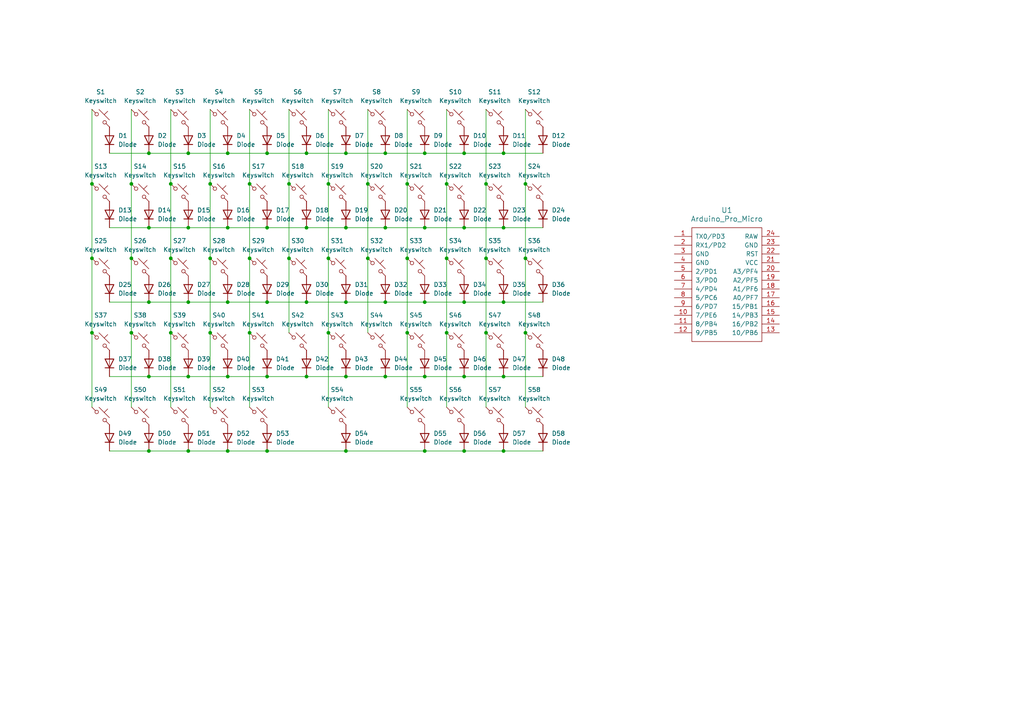
<source format=kicad_sch>
(kicad_sch (version 20250114) (generator "eeschema") (generator_version "9.0")
  (paper "A4")
  (lib_symbols
    (symbol "ScottoKeebs:MCU_Arduino_Pro_Micro" (pin_names (offset 1.016))
      (property "Reference" "U" (at 0 0 0))
      (property "Value" "Arduino_Pro_Micro" (at 0 -19.05 0))
      (symbol "MCU_Arduino_Pro_Micro_0_1"
        (rectangle (start -10.16 16.51) (end 10.16 -16.51))
      )
      (symbol "MCU_Arduino_Pro_Micro_1_1"
        (pin input line (at -15.24 13.97 0) (length 5.08) (name "TX0/PD3") (number "1"))
        (pin input line (at -15.24 11.43 0) (length 5.08) (name "RX1/PD2") (number "2"))
        (pin input line (at -15.24 8.89 0) (length 5.08) (name "GND") (number "3"))
        (pin input line (at -15.24 6.35 0) (length 5.08) (name "GND") (number "4"))
        (pin input line (at -15.24 3.81 0) (length 5.08) (name "2/PD1") (number "5"))
        (pin input line (at -15.24 1.27 0) (length 5.08) (name "3/PD0") (number "6"))
        (pin input line (at -15.24 -1.27 0) (length 5.08) (name "4/PD4") (number "7"))
        (pin input line (at -15.24 -3.81 0) (length 5.08) (name "5/PC6") (number "8"))
        (pin input line (at -15.24 -6.35 0) (length 5.08) (name "6/PD7") (number "9"))
        (pin input line (at -15.24 -8.89 0) (length 5.08) (name "7/PE6") (number "10"))
        (pin input line (at -15.24 -11.43 0) (length 5.08) (name "8/PB4") (number "11"))
        (pin input line (at -15.24 -13.97 0) (length 5.08) (name "9/PB5") (number "12"))
        (pin input line (at 15.24 13.97 180) (length 5.08) (name "RAW") (number "24"))
        (pin input line (at 15.24 11.43 180) (length 5.08) (name "GND") (number "23"))
        (pin input line (at 15.24 8.89 180) (length 5.08) (name "RST") (number "22"))
        (pin input line (at 15.24 6.35 180) (length 5.08) (name "VCC") (number "21"))
        (pin input line (at 15.24 3.81 180) (length 5.08) (name "A3/PF4") (number "20"))
        (pin input line (at 15.24 1.27 180) (length 5.08) (name "A2/PF5") (number "19"))
        (pin input line (at 15.24 -1.27 180) (length 5.08) (name "A1/PF6") (number "18"))
        (pin input line (at 15.24 -3.81 180) (length 5.08) (name "A0/PF7") (number "17"))
        (pin input line (at 15.24 -6.35 180) (length 5.08) (name "15/PB1") (number "16"))
        (pin input line (at 15.24 -8.89 180) (length 5.08) (name "14/PB3") (number "15"))
        (pin input line (at 15.24 -11.43 180) (length 5.08) (name "16/PB2") (number "14"))
        (pin input line (at 15.24 -13.97 180) (length 5.08) (name "10/PB6") (number "13"))
      )
    )
    (symbol "ScottoKeebs:Placeholder_Diode" (pin_numbers (hide yes)) (pin_names (hide yes))
      (property "Reference" "D" (at 0 2.54 0))
      (property "Value" "Diode" (at 0 -2.54 0))
      (symbol "Placeholder_Diode_0_1"
        (polyline (pts (xy -1.27 1.27) (xy -1.27 -1.27)) (stroke (width 0.254)))
        (polyline (pts (xy 1.27 1.27) (xy 1.27 -1.27) (xy -1.27 0) (xy 1.27 1.27)) (stroke (width 0.254)))
        (polyline (pts (xy 1.27 0) (xy -1.27 0)))
      )
      (symbol "Placeholder_Diode_1_1"
        (pin passive line (at -3.81 0 0) (length 2.54) (name "K") (number "1"))
        (pin passive line (at 3.81 0 180) (length 2.54) (name "A") (number "2"))
      )
    )
    (symbol "ScottoKeebs:Placeholder_Keyswitch" (pin_numbers (hide yes)) (pin_names (offset 1.016) (hide yes))
      (property "Reference" "S" (at 3.048 1.016 0))
      (property "Value" "Keyswitch" (at 0 -3.81 0))
      (symbol "Placeholder_Keyswitch_0_1"
        (polyline (pts (xy -2.54 2.54) (xy -1.524 1.524) (xy -1.524 1.524)))
        (circle (center -1.1684 1.1684) (radius 0.508))
        (polyline (pts (xy -0.508 2.54) (xy 2.54 -0.508)))
        (polyline (pts (xy 1.016 1.016) (xy 2.032 2.032)))
        (circle (center 1.143 -1.1938) (radius 0.508))
        (polyline (pts (xy 1.524 -1.524) (xy 2.54 -2.54) (xy 2.54 -2.54) (xy 2.54 -2.54)))
        (pin passive line (at -2.54 2.54 0) (length 0) (name "1") (number "1"))
        (pin passive line (at 2.54 -2.54 180) (length 0) (name "2") (number "2"))
      )
    )
  )
  (junction (at 43.18 66.04))
  (junction (at 111.76 87.63))
  (junction (at 100.33 44.45))
  (junction (at 95.25 96.52))
  (junction (at 152.4 74.93))
  (junction (at 134.62 44.45))
  (junction (at 100.33 130.81))
  (junction (at 140.97 53.34))
  (junction (at 88.9 66.04))
  (junction (at 38.1 53.34))
  (junction (at 83.82 74.93))
  (junction (at 88.9 87.63))
  (junction (at 77.47 87.63))
  (junction (at 60.96 53.34))
  (junction (at 43.18 44.45))
  (junction (at 49.53 53.34))
  (junction (at 54.61 44.45))
  (junction (at 66.04 130.81))
  (junction (at 38.1 96.52))
  (junction (at 72.39 74.93))
  (junction (at 123.19 66.04))
  (junction (at 43.18 109.22))
  (junction (at 146.05 109.22))
  (junction (at 66.04 44.45))
  (junction (at 129.54 53.34))
  (junction (at 49.53 74.93))
  (junction (at 100.33 66.04))
  (junction (at 43.18 87.63))
  (junction (at 77.47 109.22))
  (junction (at 111.76 109.22))
  (junction (at 60.96 74.93))
  (junction (at 123.19 109.22))
  (junction (at 100.33 109.22))
  (junction (at 140.97 96.52))
  (junction (at 38.1 74.93))
  (junction (at 146.05 66.04))
  (junction (at 72.39 96.52))
  (junction (at 95.25 53.34))
  (junction (at 134.62 130.81))
  (junction (at 146.05 87.63))
  (junction (at 134.62 66.04))
  (junction (at 77.47 130.81))
  (junction (at 118.11 53.34))
  (junction (at 95.25 74.93))
  (junction (at 54.61 109.22))
  (junction (at 54.61 87.63))
  (junction (at 54.61 130.81))
  (junction (at 140.97 74.93))
  (junction (at 118.11 74.93))
  (junction (at 123.19 87.63))
  (junction (at 146.05 130.81))
  (junction (at 134.62 109.22))
  (junction (at 54.61 66.04))
  (junction (at 43.18 130.81))
  (junction (at 146.05 44.45))
  (junction (at 123.19 44.45))
  (junction (at 49.53 96.52))
  (junction (at 106.68 53.34))
  (junction (at 129.54 96.52))
  (junction (at 134.62 87.63))
  (junction (at 26.67 74.93))
  (junction (at 77.47 44.45))
  (junction (at 111.76 66.04))
  (junction (at 88.9 109.22))
  (junction (at 72.39 53.34))
  (junction (at 66.04 109.22))
  (junction (at 123.19 130.81))
  (junction (at 66.04 66.04))
  (junction (at 88.9 44.45))
  (junction (at 66.04 87.63))
  (junction (at 83.82 53.34))
  (junction (at 26.67 53.34))
  (junction (at 106.68 74.93))
  (junction (at 118.11 96.52))
  (junction (at 60.96 96.52))
  (junction (at 26.67 96.52))
  (junction (at 111.76 44.45))
  (junction (at 77.47 66.04))
  (junction (at 152.4 53.34))
  (junction (at 129.54 74.93))
  (junction (at 100.33 87.63))
  (junction (at 152.4 96.52))
  (wire (pts (xy 95.25 74.93) (xy 95.25 96.52)))
  (wire (pts (xy 106.68 31.75) (xy 106.68 53.34)))
  (wire (pts (xy 49.53 53.34) (xy 49.53 74.93)))
  (wire (pts (xy 72.39 96.52) (xy 72.39 118.11)))
  (wire (pts (xy 106.68 74.93) (xy 106.68 96.52)))
  (wire (pts (xy 66.04 87.63) (xy 77.47 87.63)))
  (wire (pts (xy 100.33 87.63) (xy 111.76 87.63)))
  (wire (pts (xy 66.04 109.22) (xy 77.47 109.22)))
  (wire (pts (xy 152.4 31.75) (xy 152.4 53.34)))
  (wire (pts (xy 31.75 130.81) (xy 43.18 130.81)))
  (wire (pts (xy 88.9 66.04) (xy 100.33 66.04)))
  (wire (pts (xy 100.33 130.81) (xy 123.19 130.81)))
  (wire (pts (xy 54.61 87.63) (xy 66.04 87.63)))
  (wire (pts (xy 72.39 31.75) (xy 72.39 53.34)))
  (wire (pts (xy 31.75 44.45) (xy 43.18 44.45)))
  (wire (pts (xy 111.76 66.04) (xy 123.19 66.04)))
  (wire (pts (xy 95.25 96.52) (xy 95.25 118.11)))
  (wire (pts (xy 140.97 96.52) (xy 140.97 118.11)))
  (wire (pts (xy 72.39 53.34) (xy 72.39 74.93)))
  (wire (pts (xy 38.1 31.75) (xy 38.1 53.34)))
  (wire (pts (xy 134.62 87.63) (xy 146.05 87.63)))
  (wire (pts (xy 77.47 130.81) (xy 100.33 130.81)))
  (wire (pts (xy 140.97 53.34) (xy 140.97 74.93)))
  (wire (pts (xy 129.54 53.34) (xy 129.54 74.93)))
  (wire (pts (xy 118.11 53.34) (xy 118.11 74.93)))
  (wire (pts (xy 146.05 66.04) (xy 157.48 66.04)))
  (wire (pts (xy 134.62 66.04) (xy 146.05 66.04)))
  (wire (pts (xy 66.04 66.04) (xy 77.47 66.04)))
  (wire (pts (xy 26.67 53.34) (xy 26.67 74.93)))
  (wire (pts (xy 106.68 53.34) (xy 106.68 74.93)))
  (wire (pts (xy 118.11 74.93) (xy 118.11 96.52)))
  (wire (pts (xy 134.62 130.81) (xy 146.05 130.81)))
  (wire (pts (xy 134.62 44.45) (xy 146.05 44.45)))
  (wire (pts (xy 31.75 66.04) (xy 43.18 66.04)))
  (wire (pts (xy 129.54 74.93) (xy 129.54 96.52)))
  (wire (pts (xy 140.97 31.75) (xy 140.97 53.34)))
  (wire (pts (xy 60.96 96.52) (xy 60.96 118.11)))
  (wire (pts (xy 129.54 96.52) (xy 129.54 118.11)))
  (wire (pts (xy 43.18 66.04) (xy 54.61 66.04)))
  (wire (pts (xy 26.67 31.75) (xy 26.67 53.34)))
  (wire (pts (xy 88.9 109.22) (xy 100.33 109.22)))
  (wire (pts (xy 146.05 87.63) (xy 157.48 87.63)))
  (wire (pts (xy 118.11 96.52) (xy 118.11 118.11)))
  (wire (pts (xy 140.97 74.93) (xy 140.97 96.52)))
  (wire (pts (xy 111.76 109.22) (xy 123.19 109.22)))
  (wire (pts (xy 146.05 130.81) (xy 157.48 130.81)))
  (wire (pts (xy 77.47 44.45) (xy 88.9 44.45)))
  (wire (pts (xy 43.18 44.45) (xy 54.61 44.45)))
  (wire (pts (xy 54.61 66.04) (xy 66.04 66.04)))
  (wire (pts (xy 146.05 44.45) (xy 157.48 44.45)))
  (wire (pts (xy 43.18 109.22) (xy 54.61 109.22)))
  (wire (pts (xy 123.19 109.22) (xy 134.62 109.22)))
  (wire (pts (xy 123.19 66.04) (xy 134.62 66.04)))
  (wire (pts (xy 152.4 74.93) (xy 152.4 96.52)))
  (wire (pts (xy 129.54 31.75) (xy 129.54 53.34)))
  (wire (pts (xy 43.18 130.81) (xy 54.61 130.81)))
  (wire (pts (xy 123.19 87.63) (xy 134.62 87.63)))
  (wire (pts (xy 100.33 44.45) (xy 111.76 44.45)))
  (wire (pts (xy 38.1 53.34) (xy 38.1 74.93)))
  (wire (pts (xy 88.9 87.63) (xy 100.33 87.63)))
  (wire (pts (xy 31.75 109.22) (xy 43.18 109.22)))
  (wire (pts (xy 146.05 109.22) (xy 157.48 109.22)))
  (wire (pts (xy 123.19 44.45) (xy 134.62 44.45)))
  (wire (pts (xy 38.1 96.52) (xy 38.1 118.11)))
  (wire (pts (xy 88.9 44.45) (xy 100.33 44.45)))
  (wire (pts (xy 54.61 44.45) (xy 66.04 44.45)))
  (wire (pts (xy 77.47 109.22) (xy 88.9 109.22)))
  (wire (pts (xy 31.75 87.63) (xy 43.18 87.63)))
  (wire (pts (xy 60.96 74.93) (xy 60.96 96.52)))
  (wire (pts (xy 95.25 53.34) (xy 95.25 74.93)))
  (wire (pts (xy 54.61 130.81) (xy 66.04 130.81)))
  (wire (pts (xy 123.19 130.81) (xy 134.62 130.81)))
  (wire (pts (xy 66.04 44.45) (xy 77.47 44.45)))
  (wire (pts (xy 49.53 96.52) (xy 49.53 118.11)))
  (wire (pts (xy 83.82 53.34) (xy 83.82 74.93)))
  (wire (pts (xy 66.04 130.81) (xy 77.47 130.81)))
  (wire (pts (xy 152.4 96.52) (xy 152.4 118.11)))
  (wire (pts (xy 134.62 109.22) (xy 146.05 109.22)))
  (wire (pts (xy 60.96 31.75) (xy 60.96 53.34)))
  (wire (pts (xy 83.82 74.93) (xy 83.82 96.52)))
  (wire (pts (xy 95.25 31.75) (xy 95.25 53.34)))
  (wire (pts (xy 49.53 74.93) (xy 49.53 96.52)))
  (wire (pts (xy 54.61 109.22) (xy 66.04 109.22)))
  (wire (pts (xy 118.11 31.75) (xy 118.11 53.34)))
  (wire (pts (xy 77.47 87.63) (xy 88.9 87.63)))
  (wire (pts (xy 26.67 96.52) (xy 26.67 118.11)))
  (wire (pts (xy 43.18 87.63) (xy 54.61 87.63)))
  (wire (pts (xy 83.82 31.75) (xy 83.82 53.34)))
  (wire (pts (xy 26.67 74.93) (xy 26.67 96.52)))
  (wire (pts (xy 100.33 66.04) (xy 111.76 66.04)))
  (wire (pts (xy 77.47 66.04) (xy 88.9 66.04)))
  (wire (pts (xy 72.39 74.93) (xy 72.39 96.52)))
  (wire (pts (xy 152.4 53.34) (xy 152.4 74.93)))
  (wire (pts (xy 60.96 53.34) (xy 60.96 74.93)))
  (wire (pts (xy 100.33 109.22) (xy 111.76 109.22)))
  (wire (pts (xy 111.76 44.45) (xy 123.19 44.45)))
  (wire (pts (xy 111.76 87.63) (xy 123.19 87.63)))
  (wire (pts (xy 49.53 31.75) (xy 49.53 53.34)))
  (wire (pts (xy 38.1 74.93) (xy 38.1 96.52)))
  (symbol (lib_id "ScottoKeebs:Placeholder_Diode") (at 31.75 127 90) (unit 1)
    (property "Reference" "D49" (at 34.29 125.7299 90) (effects (justify right)))
    (property "Value" "Diode" (at 34.29 128.2699 90) (effects (justify right)))
    (property "Description" "1N4148 (DO-35) or 1N4148W (SOD-123)" (effects (hide yes)))
    (property "Sim.Device" "D" (effects (hide yes)))
    (property "Sim.Pins" "1=K 2=A" (effects (hide yes)))
  )
  (symbol (lib_id "ScottoKeebs:Placeholder_Diode") (at 31.75 83.82 90) (unit 1)
    (property "Reference" "D25" (at 34.29 82.5499 90) (effects (justify right)))
    (property "Value" "Diode" (at 34.29 85.0899 90) (effects (justify right)))
    (property "Description" "1N4148 (DO-35) or 1N4148W (SOD-123)" (effects (hide yes)))
    (property "Sim.Device" "D" (effects (hide yes)))
    (property "Sim.Pins" "1=K 2=A" (effects (hide yes)))
  )
  (symbol (lib_id "ScottoKeebs:Placeholder_Diode") (at 66.04 127 90) (unit 1)
    (property "Reference" "D52" (at 68.58 125.7299 90) (effects (justify right)))
    (property "Value" "Diode" (at 68.58 128.2699 90) (effects (justify right)))
    (property "Description" "1N4148 (DO-35) or 1N4148W (SOD-123)" (effects (hide yes)))
    (property "Sim.Device" "D" (effects (hide yes)))
    (property "Sim.Pins" "1=K 2=A" (effects (hide yes)))
  )
  (symbol (lib_id "ScottoKeebs:Placeholder_Keyswitch") (at 40.64 120.65 0) (unit 1)
    (property "Reference" "S50" (at 40.64 113.03 0))
    (property "Value" "Keyswitch" (at 40.64 115.57 0))
    (property "Description" "Push button switch, normally open, two pins, 45° tilted" (effects (hide yes)))
  )
  (symbol (lib_id "ScottoKeebs:Placeholder_Keyswitch") (at 132.08 120.65 0) (unit 1)
    (property "Reference" "S56" (at 132.08 113.03 0))
    (property "Value" "Keyswitch" (at 132.08 115.57 0))
    (property "Description" "Push button switch, normally open, two pins, 45° tilted" (effects (hide yes)))
  )
  (symbol (lib_id "ScottoKeebs:Placeholder_Keyswitch") (at 132.08 55.88 0) (unit 1)
    (property "Reference" "S22" (at 132.08 48.26 0))
    (property "Value" "Keyswitch" (at 132.08 50.8 0))
    (property "Description" "Push button switch, normally open, two pins, 45° tilted" (effects (hide yes)))
  )
  (symbol (lib_id "ScottoKeebs:Placeholder_Diode") (at 54.61 83.82 90) (unit 1)
    (property "Reference" "D27" (at 57.15 82.5499 90) (effects (justify right)))
    (property "Value" "Diode" (at 57.15 85.0899 90) (effects (justify right)))
    (property "Description" "1N4148 (DO-35) or 1N4148W (SOD-123)" (effects (hide yes)))
    (property "Sim.Device" "D" (effects (hide yes)))
    (property "Sim.Pins" "1=K 2=A" (effects (hide yes)))
  )
  (symbol (lib_id "ScottoKeebs:Placeholder_Keyswitch") (at 40.64 77.47 0) (unit 1)
    (property "Reference" "S26" (at 40.64 69.85 0))
    (property "Value" "Keyswitch" (at 40.64 72.39 0))
    (property "Description" "Push button switch, normally open, two pins, 45° tilted" (effects (hide yes)))
  )
  (symbol (lib_id "ScottoKeebs:Placeholder_Diode") (at 88.9 83.82 90) (unit 1)
    (property "Reference" "D30" (at 91.44 82.5499 90) (effects (justify right)))
    (property "Value" "Diode" (at 91.44 85.0899 90) (effects (justify right)))
    (property "Description" "1N4148 (DO-35) or 1N4148W (SOD-123)" (effects (hide yes)))
    (property "Sim.Device" "D" (effects (hide yes)))
    (property "Sim.Pins" "1=K 2=A" (effects (hide yes)))
  )
  (symbol (lib_id "ScottoKeebs:Placeholder_Keyswitch") (at 132.08 99.06 0) (unit 1)
    (property "Reference" "S46" (at 132.08 91.44 0))
    (property "Value" "Keyswitch" (at 132.08 93.98 0))
    (property "Description" "Push button switch, normally open, two pins, 45° tilted" (effects (hide yes)))
  )
  (symbol (lib_id "ScottoKeebs:Placeholder_Diode") (at 66.04 105.41 90) (unit 1)
    (property "Reference" "D40" (at 68.58 104.1399 90) (effects (justify right)))
    (property "Value" "Diode" (at 68.58 106.6799 90) (effects (justify right)))
    (property "Description" "1N4148 (DO-35) or 1N4148W (SOD-123)" (effects (hide yes)))
    (property "Sim.Device" "D" (effects (hide yes)))
    (property "Sim.Pins" "1=K 2=A" (effects (hide yes)))
  )
  (symbol (lib_id "ScottoKeebs:Placeholder_Diode") (at 66.04 83.82 90) (unit 1)
    (property "Reference" "D28" (at 68.58 82.5499 90) (effects (justify right)))
    (property "Value" "Diode" (at 68.58 85.0899 90) (effects (justify right)))
    (property "Description" "1N4148 (DO-35) or 1N4148W (SOD-123)" (effects (hide yes)))
    (property "Sim.Device" "D" (effects (hide yes)))
    (property "Sim.Pins" "1=K 2=A" (effects (hide yes)))
  )
  (symbol (lib_id "ScottoKeebs:Placeholder_Keyswitch") (at 109.22 77.47 0) (unit 1)
    (property "Reference" "S32" (at 109.22 69.85 0))
    (property "Value" "Keyswitch" (at 109.22 72.39 0))
    (property "Description" "Push button switch, normally open, two pins, 45° tilted" (effects (hide yes)))
  )
  (symbol (lib_id "ScottoKeebs:Placeholder_Diode") (at 66.04 62.23 90) (unit 1)
    (property "Reference" "D16" (at 68.58 60.9599 90) (effects (justify right)))
    (property "Value" "Diode" (at 68.58 63.4999 90) (effects (justify right)))
    (property "Description" "1N4148 (DO-35) or 1N4148W (SOD-123)" (effects (hide yes)))
    (property "Sim.Device" "D" (effects (hide yes)))
    (property "Sim.Pins" "1=K 2=A" (effects (hide yes)))
  )
  (symbol (lib_id "ScottoKeebs:Placeholder_Keyswitch") (at 74.93 99.06 0) (unit 1)
    (property "Reference" "S41" (at 74.93 91.44 0))
    (property "Value" "Keyswitch" (at 74.93 93.98 0))
    (property "Description" "Push button switch, normally open, two pins, 45° tilted" (effects (hide yes)))
  )
  (symbol (lib_id "ScottoKeebs:Placeholder_Keyswitch") (at 63.5 99.06 0) (unit 1)
    (property "Reference" "S40" (at 63.5 91.44 0))
    (property "Value" "Keyswitch" (at 63.5 93.98 0))
    (property "Description" "Push button switch, normally open, two pins, 45° tilted" (effects (hide yes)))
  )
  (symbol (lib_id "ScottoKeebs:Placeholder_Keyswitch") (at 74.93 77.47 0) (unit 1)
    (property "Reference" "S29" (at 74.93 69.85 0))
    (property "Value" "Keyswitch" (at 74.93 72.39 0))
    (property "Description" "Push button switch, normally open, two pins, 45° tilted" (effects (hide yes)))
  )
  (symbol (lib_id "ScottoKeebs:Placeholder_Diode") (at 77.47 105.41 90) (unit 1)
    (property "Reference" "D41" (at 80.01 104.1399 90) (effects (justify right)))
    (property "Value" "Diode" (at 80.01 106.6799 90) (effects (justify right)))
    (property "Description" "1N4148 (DO-35) or 1N4148W (SOD-123)" (effects (hide yes)))
    (property "Sim.Device" "D" (effects (hide yes)))
    (property "Sim.Pins" "1=K 2=A" (effects (hide yes)))
  )
  (symbol (lib_id "ScottoKeebs:Placeholder_Keyswitch") (at 97.79 99.06 0) (unit 1)
    (property "Reference" "S43" (at 97.79 91.44 0))
    (property "Value" "Keyswitch" (at 97.79 93.98 0))
    (property "Description" "Push button switch, normally open, two pins, 45° tilted" (effects (hide yes)))
  )
  (symbol (lib_id "ScottoKeebs:Placeholder_Keyswitch") (at 120.65 77.47 0) (unit 1)
    (property "Reference" "S33" (at 120.65 69.85 0))
    (property "Value" "Keyswitch" (at 120.65 72.39 0))
    (property "Description" "Push button switch, normally open, two pins, 45° tilted" (effects (hide yes)))
  )
  (symbol (lib_id "ScottoKeebs:Placeholder_Diode") (at 134.62 127 90) (unit 1)
    (property "Reference" "D56" (at 137.16 125.7299 90) (effects (justify right)))
    (property "Value" "Diode" (at 137.16 128.2699 90) (effects (justify right)))
    (property "Description" "1N4148 (DO-35) or 1N4148W (SOD-123)" (effects (hide yes)))
    (property "Sim.Device" "D" (effects (hide yes)))
    (property "Sim.Pins" "1=K 2=A" (effects (hide yes)))
  )
  (symbol (lib_id "ScottoKeebs:Placeholder_Diode") (at 157.48 83.82 90) (unit 1)
    (property "Reference" "D36" (at 160.02 82.5499 90) (effects (justify right)))
    (property "Value" "Diode" (at 160.02 85.0899 90) (effects (justify right)))
    (property "Description" "1N4148 (DO-35) or 1N4148W (SOD-123)" (effects (hide yes)))
    (property "Sim.Device" "D" (effects (hide yes)))
    (property "Sim.Pins" "1=K 2=A" (effects (hide yes)))
  )
  (symbol (lib_id "ScottoKeebs:Placeholder_Diode") (at 100.33 105.41 90) (unit 1)
    (property "Reference" "D43" (at 102.87 104.1399 90) (effects (justify right)))
    (property "Value" "Diode" (at 102.87 106.6799 90) (effects (justify right)))
    (property "Description" "1N4148 (DO-35) or 1N4148W (SOD-123)" (effects (hide yes)))
    (property "Sim.Device" "D" (effects (hide yes)))
    (property "Sim.Pins" "1=K 2=A" (effects (hide yes)))
  )
  (symbol (lib_id "ScottoKeebs:Placeholder_Diode") (at 146.05 40.64 90) (unit 1)
    (property "Reference" "D11" (at 148.59 39.3699 90) (effects (justify right)))
    (property "Value" "Diode" (at 148.59 41.9099 90) (effects (justify right)))
    (property "Description" "1N4148 (DO-35) or 1N4148W (SOD-123)" (effects (hide yes)))
    (property "Sim.Device" "D" (effects (hide yes)))
    (property "Sim.Pins" "1=K 2=A" (effects (hide yes)))
  )
  (symbol (lib_id "ScottoKeebs:Placeholder_Diode") (at 77.47 40.64 90) (unit 1)
    (property "Reference" "D5" (at 80.01 39.3699 90) (effects (justify right)))
    (property "Value" "Diode" (at 80.01 41.9099 90) (effects (justify right)))
    (property "Description" "1N4148 (DO-35) or 1N4148W (SOD-123)" (effects (hide yes)))
    (property "Sim.Device" "D" (effects (hide yes)))
    (property "Sim.Pins" "1=K 2=A" (effects (hide yes)))
  )
  (symbol (lib_id "ScottoKeebs:Placeholder_Diode") (at 43.18 127 90) (unit 1)
    (property "Reference" "D50" (at 45.72 125.7299 90) (effects (justify right)))
    (property "Value" "Diode" (at 45.72 128.2699 90) (effects (justify right)))
    (property "Description" "1N4148 (DO-35) or 1N4148W (SOD-123)" (effects (hide yes)))
    (property "Sim.Device" "D" (effects (hide yes)))
    (property "Sim.Pins" "1=K 2=A" (effects (hide yes)))
  )
  (symbol (lib_id "ScottoKeebs:Placeholder_Keyswitch") (at 52.07 120.65 0) (unit 1)
    (property "Reference" "S51" (at 52.07 113.03 0))
    (property "Value" "Keyswitch" (at 52.07 115.57 0))
    (property "Description" "Push button switch, normally open, two pins, 45° tilted" (effects (hide yes)))
  )
  (symbol (lib_id "ScottoKeebs:Placeholder_Keyswitch") (at 154.94 99.06 0) (unit 1)
    (property "Reference" "S48" (at 154.94 91.44 0))
    (property "Value" "Keyswitch" (at 154.94 93.98 0))
    (property "Description" "Push button switch, normally open, two pins, 45° tilted" (effects (hide yes)))
  )
  (symbol (lib_id "ScottoKeebs:Placeholder_Diode") (at 31.75 105.41 90) (unit 1)
    (property "Reference" "D37" (at 34.29 104.1399 90) (effects (justify right)))
    (property "Value" "Diode" (at 34.29 106.6799 90) (effects (justify right)))
    (property "Description" "1N4148 (DO-35) or 1N4148W (SOD-123)" (effects (hide yes)))
    (property "Sim.Device" "D" (effects (hide yes)))
    (property "Sim.Pins" "1=K 2=A" (effects (hide yes)))
  )
  (symbol (lib_id "ScottoKeebs:Placeholder_Diode") (at 43.18 83.82 90) (unit 1)
    (property "Reference" "D26" (at 45.72 82.5499 90) (effects (justify right)))
    (property "Value" "Diode" (at 45.72 85.0899 90) (effects (justify right)))
    (property "Description" "1N4148 (DO-35) or 1N4148W (SOD-123)" (effects (hide yes)))
    (property "Sim.Device" "D" (effects (hide yes)))
    (property "Sim.Pins" "1=K 2=A" (effects (hide yes)))
  )
  (symbol (lib_id "ScottoKeebs:Placeholder_Keyswitch") (at 29.21 77.47 0) (unit 1)
    (property "Reference" "S25" (at 29.21 69.85 0))
    (property "Value" "Keyswitch" (at 29.21 72.39 0))
    (property "Description" "Push button switch, normally open, two pins, 45° tilted" (effects (hide yes)))
  )
  (symbol (lib_id "ScottoKeebs:Placeholder_Diode") (at 77.47 62.23 90) (unit 1)
    (property "Reference" "D17" (at 80.01 60.9599 90) (effects (justify right)))
    (property "Value" "Diode" (at 80.01 63.4999 90) (effects (justify right)))
    (property "Description" "1N4148 (DO-35) or 1N4148W (SOD-123)" (effects (hide yes)))
    (property "Sim.Device" "D" (effects (hide yes)))
    (property "Sim.Pins" "1=K 2=A" (effects (hide yes)))
  )
  (symbol (lib_id "ScottoKeebs:Placeholder_Diode") (at 54.61 105.41 90) (unit 1)
    (property "Reference" "D39" (at 57.15 104.1399 90) (effects (justify right)))
    (property "Value" "Diode" (at 57.15 106.6799 90) (effects (justify right)))
    (property "Description" "1N4148 (DO-35) or 1N4148W (SOD-123)" (effects (hide yes)))
    (property "Sim.Device" "D" (effects (hide yes)))
    (property "Sim.Pins" "1=K 2=A" (effects (hide yes)))
  )
  (symbol (lib_id "ScottoKeebs:Placeholder_Diode") (at 134.62 105.41 90) (unit 1)
    (property "Reference" "D46" (at 137.16 104.1399 90) (effects (justify right)))
    (property "Value" "Diode" (at 137.16 106.6799 90) (effects (justify right)))
    (property "Description" "1N4148 (DO-35) or 1N4148W (SOD-123)" (effects (hide yes)))
    (property "Sim.Device" "D" (effects (hide yes)))
    (property "Sim.Pins" "1=K 2=A" (effects (hide yes)))
  )
  (symbol (lib_id "ScottoKeebs:Placeholder_Diode") (at 54.61 127 90) (unit 1)
    (property "Reference" "D51" (at 57.15 125.7299 90) (effects (justify right)))
    (property "Value" "Diode" (at 57.15 128.2699 90) (effects (justify right)))
    (property "Description" "1N4148 (DO-35) or 1N4148W (SOD-123)" (effects (hide yes)))
    (property "Sim.Device" "D" (effects (hide yes)))
    (property "Sim.Pins" "1=K 2=A" (effects (hide yes)))
  )
  (symbol (lib_id "ScottoKeebs:Placeholder_Keyswitch") (at 109.22 34.29 0) (unit 1)
    (property "Reference" "S8" (at 109.22 26.67 0))
    (property "Value" "Keyswitch" (at 109.22 29.21 0))
    (property "Description" "Push button switch, normally open, two pins, 45° tilted" (effects (hide yes)))
  )
  (symbol (lib_id "ScottoKeebs:Placeholder_Diode") (at 111.76 62.23 90) (unit 1)
    (property "Reference" "D20" (at 114.3 60.9599 90) (effects (justify right)))
    (property "Value" "Diode" (at 114.3 63.4999 90) (effects (justify right)))
    (property "Description" "1N4148 (DO-35) or 1N4148W (SOD-123)" (effects (hide yes)))
    (property "Sim.Device" "D" (effects (hide yes)))
    (property "Sim.Pins" "1=K 2=A" (effects (hide yes)))
  )
  (symbol (lib_id "ScottoKeebs:Placeholder_Keyswitch") (at 52.07 55.88 0) (unit 1)
    (property "Reference" "S15" (at 52.07 48.26 0))
    (property "Value" "Keyswitch" (at 52.07 50.8 0))
    (property "Description" "Push button switch, normally open, two pins, 45° tilted" (effects (hide yes)))
  )
  (symbol (lib_id "ScottoKeebs:Placeholder_Diode") (at 100.33 40.64 90) (unit 1)
    (property "Reference" "D7" (at 102.87 39.3699 90) (effects (justify right)))
    (property "Value" "Diode" (at 102.87 41.9099 90) (effects (justify right)))
    (property "Description" "1N4148 (DO-35) or 1N4148W (SOD-123)" (effects (hide yes)))
    (property "Sim.Device" "D" (effects (hide yes)))
    (property "Sim.Pins" "1=K 2=A" (effects (hide yes)))
  )
  (symbol (lib_id "ScottoKeebs:Placeholder_Keyswitch") (at 40.64 99.06 0) (unit 1)
    (property "Reference" "S38" (at 40.64 91.44 0))
    (property "Value" "Keyswitch" (at 40.64 93.98 0))
    (property "Description" "Push button switch, normally open, two pins, 45° tilted" (effects (hide yes)))
  )
  (symbol (lib_id "ScottoKeebs:Placeholder_Keyswitch") (at 63.5 55.88 0) (unit 1)
    (property "Reference" "S16" (at 63.5 48.26 0))
    (property "Value" "Keyswitch" (at 63.5 50.8 0))
    (property "Description" "Push button switch, normally open, two pins, 45° tilted" (effects (hide yes)))
  )
  (symbol (lib_id "ScottoKeebs:Placeholder_Keyswitch") (at 154.94 120.65 0) (unit 1)
    (property "Reference" "S58" (at 154.94 113.03 0))
    (property "Value" "Keyswitch" (at 154.94 115.57 0))
    (property "Description" "Push button switch, normally open, two pins, 45° tilted" (effects (hide yes)))
  )
  (symbol (lib_id "ScottoKeebs:Placeholder_Keyswitch") (at 52.07 99.06 0) (unit 1)
    (property "Reference" "S39" (at 52.07 91.44 0))
    (property "Value" "Keyswitch" (at 52.07 93.98 0))
    (property "Description" "Push button switch, normally open, two pins, 45° tilted" (effects (hide yes)))
  )
  (symbol (lib_id "ScottoKeebs:Placeholder_Diode") (at 100.33 127 90) (unit 1)
    (property "Reference" "D54" (at 102.87 125.7299 90) (effects (justify right)))
    (property "Value" "Diode" (at 102.87 128.2699 90) (effects (justify right)))
    (property "Description" "1N4148 (DO-35) or 1N4148W (SOD-123)" (effects (hide yes)))
    (property "Sim.Device" "D" (effects (hide yes)))
    (property "Sim.Pins" "1=K 2=A" (effects (hide yes)))
  )
  (symbol (lib_id "ScottoKeebs:Placeholder_Keyswitch") (at 97.79 77.47 0) (unit 1)
    (property "Reference" "S31" (at 97.79 69.85 0))
    (property "Value" "Keyswitch" (at 97.79 72.39 0))
    (property "Description" "Push button switch, normally open, two pins, 45° tilted" (effects (hide yes)))
  )
  (symbol (lib_id "ScottoKeebs:MCU_Arduino_Pro_Micro") (at 210.82 82.55 0) (unit 1)
    (property "Reference" "U1" (at 210.82 60.96 0) (effects (font (size 1.524 1.524))))
    (property "Value" "Arduino_Pro_Micro" (at 210.82 63.5 0) (effects (font (size 1.524 1.524))))
    (property "Footprint" "ScottoKeebs_MCU:Arduino_Pro_Micro" (effects (hide yes)))
  )
  (symbol (lib_id "ScottoKeebs:Placeholder_Keyswitch") (at 132.08 34.29 0) (unit 1)
    (property "Reference" "S10" (at 132.08 26.67 0))
    (property "Value" "Keyswitch" (at 132.08 29.21 0))
    (property "Description" "Push button switch, normally open, two pins, 45° tilted" (effects (hide yes)))
  )
  (symbol (lib_id "ScottoKeebs:Placeholder_Diode") (at 77.47 127 90) (unit 1)
    (property "Reference" "D53" (at 80.01 125.7299 90) (effects (justify right)))
    (property "Value" "Diode" (at 80.01 128.2699 90) (effects (justify right)))
    (property "Description" "1N4148 (DO-35) or 1N4148W (SOD-123)" (effects (hide yes)))
    (property "Sim.Device" "D" (effects (hide yes)))
    (property "Sim.Pins" "1=K 2=A" (effects (hide yes)))
  )
  (symbol (lib_id "ScottoKeebs:Placeholder_Diode") (at 134.62 40.64 90) (unit 1)
    (property "Reference" "D10" (at 137.16 39.3699 90) (effects (justify right)))
    (property "Value" "Diode" (at 137.16 41.9099 90) (effects (justify right)))
    (property "Description" "1N4148 (DO-35) or 1N4148W (SOD-123)" (effects (hide yes)))
    (property "Sim.Device" "D" (effects (hide yes)))
    (property "Sim.Pins" "1=K 2=A" (effects (hide yes)))
  )
  (symbol (lib_id "ScottoKeebs:Placeholder_Keyswitch") (at 109.22 55.88 0) (unit 1)
    (property "Reference" "S20" (at 109.22 48.26 0))
    (property "Value" "Keyswitch" (at 109.22 50.8 0))
    (property "Description" "Push button switch, normally open, two pins, 45° tilted" (effects (hide yes)))
  )
  (symbol (lib_id "ScottoKeebs:Placeholder_Keyswitch") (at 120.65 120.65 0) (unit 1)
    (property "Reference" "S55" (at 120.65 113.03 0))
    (property "Value" "Keyswitch" (at 120.65 115.57 0))
    (property "Description" "Push button switch, normally open, two pins, 45° tilted" (effects (hide yes)))
  )
  (symbol (lib_id "ScottoKeebs:Placeholder_Diode") (at 100.33 62.23 90) (unit 1)
    (property "Reference" "D19" (at 102.87 60.9599 90) (effects (justify right)))
    (property "Value" "Diode" (at 102.87 63.4999 90) (effects (justify right)))
    (property "Description" "1N4148 (DO-35) or 1N4148W (SOD-123)" (effects (hide yes)))
    (property "Sim.Device" "D" (effects (hide yes)))
    (property "Sim.Pins" "1=K 2=A" (effects (hide yes)))
  )
  (symbol (lib_id "ScottoKeebs:Placeholder_Keyswitch") (at 40.64 34.29 0) (unit 1)
    (property "Reference" "S2" (at 40.64 26.67 0))
    (property "Value" "Keyswitch" (at 40.64 29.21 0))
    (property "Description" "Push button switch, normally open, two pins, 45° tilted" (effects (hide yes)))
  )
  (symbol (lib_id "ScottoKeebs:Placeholder_Keyswitch") (at 63.5 120.65 0) (unit 1)
    (property "Reference" "S52" (at 63.5 113.03 0))
    (property "Value" "Keyswitch" (at 63.5 115.57 0))
    (property "Description" "Push button switch, normally open, two pins, 45° tilted" (effects (hide yes)))
  )
  (symbol (lib_id "ScottoKeebs:Placeholder_Diode") (at 88.9 62.23 90) (unit 1)
    (property "Reference" "D18" (at 91.44 60.9599 90) (effects (justify right)))
    (property "Value" "Diode" (at 91.44 63.4999 90) (effects (justify right)))
    (property "Description" "1N4148 (DO-35) or 1N4148W (SOD-123)" (effects (hide yes)))
    (property "Sim.Device" "D" (effects (hide yes)))
    (property "Sim.Pins" "1=K 2=A" (effects (hide yes)))
  )
  (symbol (lib_id "ScottoKeebs:Placeholder_Keyswitch") (at 86.36 55.88 0) (unit 1)
    (property "Reference" "S18" (at 86.36 48.26 0))
    (property "Value" "Keyswitch" (at 86.36 50.8 0))
    (property "Description" "Push button switch, normally open, two pins, 45° tilted" (effects (hide yes)))
  )
  (symbol (lib_id "ScottoKeebs:Placeholder_Keyswitch") (at 97.79 34.29 0) (unit 1)
    (property "Reference" "S7" (at 97.79 26.67 0))
    (property "Value" "Keyswitch" (at 97.79 29.21 0))
    (property "Description" "Push button switch, normally open, two pins, 45° tilted" (effects (hide yes)))
  )
  (symbol (lib_id "ScottoKeebs:Placeholder_Diode") (at 123.19 83.82 90) (unit 1)
    (property "Reference" "D33" (at 125.73 82.5499 90) (effects (justify right)))
    (property "Value" "Diode" (at 125.73 85.0899 90) (effects (justify right)))
    (property "Description" "1N4148 (DO-35) or 1N4148W (SOD-123)" (effects (hide yes)))
    (property "Sim.Device" "D" (effects (hide yes)))
    (property "Sim.Pins" "1=K 2=A" (effects (hide yes)))
  )
  (symbol (lib_id "ScottoKeebs:Placeholder_Diode") (at 157.48 62.23 90) (unit 1)
    (property "Reference" "D24" (at 160.02 60.9599 90) (effects (justify right)))
    (property "Value" "Diode" (at 160.02 63.4999 90) (effects (justify right)))
    (property "Description" "1N4148 (DO-35) or 1N4148W (SOD-123)" (effects (hide yes)))
    (property "Sim.Device" "D" (effects (hide yes)))
    (property "Sim.Pins" "1=K 2=A" (effects (hide yes)))
  )
  (symbol (lib_id "ScottoKeebs:Placeholder_Diode") (at 54.61 40.64 90) (unit 1)
    (property "Reference" "D3" (at 57.15 39.3699 90) (effects (justify right)))
    (property "Value" "Diode" (at 57.15 41.9099 90) (effects (justify right)))
    (property "Description" "1N4148 (DO-35) or 1N4148W (SOD-123)" (effects (hide yes)))
    (property "Sim.Device" "D" (effects (hide yes)))
    (property "Sim.Pins" "1=K 2=A" (effects (hide yes)))
  )
  (symbol (lib_id "ScottoKeebs:Placeholder_Keyswitch") (at 29.21 99.06 0) (unit 1)
    (property "Reference" "S37" (at 29.21 91.44 0))
    (property "Value" "Keyswitch" (at 29.21 93.98 0))
    (property "Description" "Push button switch, normally open, two pins, 45° tilted" (effects (hide yes)))
  )
  (symbol (lib_id "ScottoKeebs:Placeholder_Keyswitch") (at 143.51 34.29 0) (unit 1)
    (property "Reference" "S11" (at 143.51 26.67 0))
    (property "Value" "Keyswitch" (at 143.51 29.21 0))
    (property "Description" "Push button switch, normally open, two pins, 45° tilted" (effects (hide yes)))
  )
  (symbol (lib_id "ScottoKeebs:Placeholder_Diode") (at 31.75 40.64 90) (unit 1)
    (property "Reference" "D1" (at 34.29 39.3699 90) (effects (justify right)))
    (property "Value" "Diode" (at 34.29 41.9099 90) (effects (justify right)))
    (property "Description" "1N4148 (DO-35) or 1N4148W (SOD-123)" (effects (hide yes)))
    (property "Sim.Device" "D" (effects (hide yes)))
    (property "Sim.Pins" "1=K 2=A" (effects (hide yes)))
  )
  (symbol (lib_id "ScottoKeebs:Placeholder_Keyswitch") (at 63.5 34.29 0) (unit 1)
    (property "Reference" "S4" (at 63.5 26.67 0))
    (property "Value" "Keyswitch" (at 63.5 29.21 0))
    (property "Description" "Push button switch, normally open, two pins, 45° tilted" (effects (hide yes)))
  )
  (symbol (lib_id "ScottoKeebs:Placeholder_Keyswitch") (at 143.51 55.88 0) (unit 1)
    (property "Reference" "S23" (at 143.51 48.26 0))
    (property "Value" "Keyswitch" (at 143.51 50.8 0))
    (property "Description" "Push button switch, normally open, two pins, 45° tilted" (effects (hide yes)))
  )
  (symbol (lib_id "ScottoKeebs:Placeholder_Diode") (at 100.33 83.82 90) (unit 1)
    (property "Reference" "D31" (at 102.87 82.5499 90) (effects (justify right)))
    (property "Value" "Diode" (at 102.87 85.0899 90) (effects (justify right)))
    (property "Description" "1N4148 (DO-35) or 1N4148W (SOD-123)" (effects (hide yes)))
    (property "Sim.Device" "D" (effects (hide yes)))
    (property "Sim.Pins" "1=K 2=A" (effects (hide yes)))
  )
  (symbol (lib_id "ScottoKeebs:Placeholder_Diode") (at 123.19 105.41 90) (unit 1)
    (property "Reference" "D45" (at 125.73 104.1399 90) (effects (justify right)))
    (property "Value" "Diode" (at 125.73 106.6799 90) (effects (justify right)))
    (property "Description" "1N4148 (DO-35) or 1N4148W (SOD-123)" (effects (hide yes)))
    (property "Sim.Device" "D" (effects (hide yes)))
    (property "Sim.Pins" "1=K 2=A" (effects (hide yes)))
  )
  (symbol (lib_id "ScottoKeebs:Placeholder_Keyswitch") (at 120.65 99.06 0) (unit 1)
    (property "Reference" "S45" (at 120.65 91.44 0))
    (property "Value" "Keyswitch" (at 120.65 93.98 0))
    (property "Description" "Push button switch, normally open, two pins, 45° tilted" (effects (hide yes)))
  )
  (symbol (lib_id "ScottoKeebs:Placeholder_Diode") (at 123.19 127 90) (unit 1)
    (property "Reference" "D55" (at 125.73 125.7299 90) (effects (justify right)))
    (property "Value" "Diode" (at 125.73 128.2699 90) (effects (justify right)))
    (property "Description" "1N4148 (DO-35) or 1N4148W (SOD-123)" (effects (hide yes)))
    (property "Sim.Device" "D" (effects (hide yes)))
    (property "Sim.Pins" "1=K 2=A" (effects (hide yes)))
  )
  (symbol (lib_id "ScottoKeebs:Placeholder_Keyswitch") (at 97.79 120.65 0) (unit 1)
    (property "Reference" "S54" (at 97.79 113.03 0))
    (property "Value" "Keyswitch" (at 97.79 115.57 0))
    (property "Description" "Push button switch, normally open, two pins, 45° tilted" (effects (hide yes)))
  )
  (symbol (lib_id "ScottoKeebs:Placeholder_Diode") (at 123.19 40.64 90) (unit 1)
    (property "Reference" "D9" (at 125.73 39.3699 90) (effects (justify right)))
    (property "Value" "Diode" (at 125.73 41.9099 90) (effects (justify right)))
    (property "Description" "1N4148 (DO-35) or 1N4148W (SOD-123)" (effects (hide yes)))
    (property "Sim.Device" "D" (effects (hide yes)))
    (property "Sim.Pins" "1=K 2=A" (effects (hide yes)))
  )
  (symbol (lib_id "ScottoKeebs:Placeholder_Diode") (at 157.48 40.64 90) (unit 1)
    (property "Reference" "D12" (at 160.02 39.3699 90) (effects (justify right)))
    (property "Value" "Diode" (at 160.02 41.9099 90) (effects (justify right)))
    (property "Description" "1N4148 (DO-35) or 1N4148W (SOD-123)" (effects (hide yes)))
    (property "Sim.Device" "D" (effects (hide yes)))
    (property "Sim.Pins" "1=K 2=A" (effects (hide yes)))
  )
  (symbol (lib_id "ScottoKeebs:Placeholder_Diode") (at 111.76 105.41 90) (unit 1)
    (property "Reference" "D44" (at 114.3 104.1399 90) (effects (justify right)))
    (property "Value" "Diode" (at 114.3 106.6799 90) (effects (justify right)))
    (property "Description" "1N4148 (DO-35) or 1N4148W (SOD-123)" (effects (hide yes)))
    (property "Sim.Device" "D" (effects (hide yes)))
    (property "Sim.Pins" "1=K 2=A" (effects (hide yes)))
  )
  (symbol (lib_id "ScottoKeebs:Placeholder_Diode") (at 88.9 105.41 90) (unit 1)
    (property "Reference" "D42" (at 91.44 104.1399 90) (effects (justify right)))
    (property "Value" "Diode" (at 91.44 106.6799 90) (effects (justify right)))
    (property "Description" "1N4148 (DO-35) or 1N4148W (SOD-123)" (effects (hide yes)))
    (property "Sim.Device" "D" (effects (hide yes)))
    (property "Sim.Pins" "1=K 2=A" (effects (hide yes)))
  )
  (symbol (lib_id "ScottoKeebs:Placeholder_Keyswitch") (at 120.65 55.88 0) (unit 1)
    (property "Reference" "S21" (at 120.65 48.26 0))
    (property "Value" "Keyswitch" (at 120.65 50.8 0))
    (property "Description" "Push button switch, normally open, two pins, 45° tilted" (effects (hide yes)))
  )
  (symbol (lib_id "ScottoKeebs:Placeholder_Keyswitch") (at 74.93 34.29 0) (unit 1)
    (property "Reference" "S5" (at 74.93 26.67 0))
    (property "Value" "Keyswitch" (at 74.93 29.21 0))
    (property "Description" "Push button switch, normally open, two pins, 45° tilted" (effects (hide yes)))
  )
  (symbol (lib_id "ScottoKeebs:Placeholder_Keyswitch") (at 154.94 77.47 0) (unit 1)
    (property "Reference" "S36" (at 154.94 69.85 0))
    (property "Value" "Keyswitch" (at 154.94 72.39 0))
    (property "Description" "Push button switch, normally open, two pins, 45° tilted" (effects (hide yes)))
  )
  (symbol (lib_id "ScottoKeebs:Placeholder_Diode") (at 123.19 62.23 90) (unit 1)
    (property "Reference" "D21" (at 125.73 60.9599 90) (effects (justify right)))
    (property "Value" "Diode" (at 125.73 63.4999 90) (effects (justify right)))
    (property "Description" "1N4148 (DO-35) or 1N4148W (SOD-123)" (effects (hide yes)))
    (property "Sim.Device" "D" (effects (hide yes)))
    (property "Sim.Pins" "1=K 2=A" (effects (hide yes)))
  )
  (symbol (lib_id "ScottoKeebs:Placeholder_Keyswitch") (at 40.64 55.88 0) (unit 1)
    (property "Reference" "S14" (at 40.64 48.26 0))
    (property "Value" "Keyswitch" (at 40.64 50.8 0))
    (property "Description" "Push button switch, normally open, two pins, 45° tilted" (effects (hide yes)))
  )
  (symbol (lib_id "ScottoKeebs:Placeholder_Keyswitch") (at 52.07 77.47 0) (unit 1)
    (property "Reference" "S27" (at 52.07 69.85 0))
    (property "Value" "Keyswitch" (at 52.07 72.39 0))
    (property "Description" "Push button switch, normally open, two pins, 45° tilted" (effects (hide yes)))
  )
  (symbol (lib_id "ScottoKeebs:Placeholder_Keyswitch") (at 74.93 120.65 0) (unit 1)
    (property "Reference" "S53" (at 74.93 113.03 0))
    (property "Value" "Keyswitch" (at 74.93 115.57 0))
    (property "Description" "Push button switch, normally open, two pins, 45° tilted" (effects (hide yes)))
  )
  (symbol (lib_id "ScottoKeebs:Placeholder_Diode") (at 146.05 127 90) (unit 1)
    (property "Reference" "D57" (at 148.59 125.7299 90) (effects (justify right)))
    (property "Value" "Diode" (at 148.59 128.2699 90) (effects (justify right)))
    (property "Description" "1N4148 (DO-35) or 1N4148W (SOD-123)" (effects (hide yes)))
    (property "Sim.Device" "D" (effects (hide yes)))
    (property "Sim.Pins" "1=K 2=A" (effects (hide yes)))
  )
  (symbol (lib_id "ScottoKeebs:Placeholder_Keyswitch") (at 29.21 55.88 0) (unit 1)
    (property "Reference" "S13" (at 29.21 48.26 0))
    (property "Value" "Keyswitch" (at 29.21 50.8 0))
    (property "Description" "Push button switch, normally open, two pins, 45° tilted" (effects (hide yes)))
  )
  (symbol (lib_id "ScottoKeebs:Placeholder_Diode") (at 77.47 83.82 90) (unit 1)
    (property "Reference" "D29" (at 80.01 82.5499 90) (effects (justify right)))
    (property "Value" "Diode" (at 80.01 85.0899 90) (effects (justify right)))
    (property "Description" "1N4148 (DO-35) or 1N4148W (SOD-123)" (effects (hide yes)))
    (property "Sim.Device" "D" (effects (hide yes)))
    (property "Sim.Pins" "1=K 2=A" (effects (hide yes)))
  )
  (symbol (lib_id "ScottoKeebs:Placeholder_Diode") (at 54.61 62.23 90) (unit 1)
    (property "Reference" "D15" (at 57.15 60.9599 90) (effects (justify right)))
    (property "Value" "Diode" (at 57.15 63.4999 90) (effects (justify right)))
    (property "Description" "1N4148 (DO-35) or 1N4148W (SOD-123)" (effects (hide yes)))
    (property "Sim.Device" "D" (effects (hide yes)))
    (property "Sim.Pins" "1=K 2=A" (effects (hide yes)))
  )
  (symbol (lib_id "ScottoKeebs:Placeholder_Keyswitch") (at 86.36 34.29 0) (unit 1)
    (property "Reference" "S6" (at 86.36 26.67 0))
    (property "Value" "Keyswitch" (at 86.36 29.21 0))
    (property "Description" "Push button switch, normally open, two pins, 45° tilted" (effects (hide yes)))
  )
  (symbol (lib_id "ScottoKeebs:Placeholder_Diode") (at 31.75 62.23 90) (unit 1)
    (property "Reference" "D13" (at 34.29 60.9599 90) (effects (justify right)))
    (property "Value" "Diode" (at 34.29 63.4999 90) (effects (justify right)))
    (property "Description" "1N4148 (DO-35) or 1N4148W (SOD-123)" (effects (hide yes)))
    (property "Sim.Device" "D" (effects (hide yes)))
    (property "Sim.Pins" "1=K 2=A" (effects (hide yes)))
  )
  (symbol (lib_id "ScottoKeebs:Placeholder_Diode") (at 157.48 127 90) (unit 1)
    (property "Reference" "D58" (at 160.02 125.7299 90) (effects (justify right)))
    (property "Value" "Diode" (at 160.02 128.2699 90) (effects (justify right)))
    (property "Description" "1N4148 (DO-35) or 1N4148W (SOD-123)" (effects (hide yes)))
    (property "Sim.Device" "D" (effects (hide yes)))
    (property "Sim.Pins" "1=K 2=A" (effects (hide yes)))
  )
  (symbol (lib_id "ScottoKeebs:Placeholder_Keyswitch") (at 143.51 77.47 0) (unit 1)
    (property "Reference" "S35" (at 143.51 69.85 0))
    (property "Value" "Keyswitch" (at 143.51 72.39 0))
    (property "Description" "Push button switch, normally open, two pins, 45° tilted" (effects (hide yes)))
  )
  (symbol (lib_id "ScottoKeebs:Placeholder_Diode") (at 146.05 83.82 90) (unit 1)
    (property "Reference" "D35" (at 148.59 82.5499 90) (effects (justify right)))
    (property "Value" "Diode" (at 148.59 85.0899 90) (effects (justify right)))
    (property "Description" "1N4148 (DO-35) or 1N4148W (SOD-123)" (effects (hide yes)))
    (property "Sim.Device" "D" (effects (hide yes)))
    (property "Sim.Pins" "1=K 2=A" (effects (hide yes)))
  )
  (symbol (lib_id "ScottoKeebs:Placeholder_Keyswitch") (at 109.22 99.06 0) (unit 1)
    (property "Reference" "S44" (at 109.22 91.44 0))
    (property "Value" "Keyswitch" (at 109.22 93.98 0))
    (property "Description" "Push button switch, normally open, two pins, 45° tilted" (effects (hide yes)))
  )
  (symbol (lib_id "ScottoKeebs:Placeholder_Diode") (at 43.18 62.23 90) (unit 1)
    (property "Reference" "D14" (at 45.72 60.9599 90) (effects (justify right)))
    (property "Value" "Diode" (at 45.72 63.4999 90) (effects (justify right)))
    (property "Description" "1N4148 (DO-35) or 1N4148W (SOD-123)" (effects (hide yes)))
    (property "Sim.Device" "D" (effects (hide yes)))
    (property "Sim.Pins" "1=K 2=A" (effects (hide yes)))
  )
  (symbol (lib_id "ScottoKeebs:Placeholder_Diode") (at 43.18 40.64 90) (unit 1)
    (property "Reference" "D2" (at 45.72 39.3699 90) (effects (justify right)))
    (property "Value" "Diode" (at 45.72 41.9099 90) (effects (justify right)))
    (property "Description" "1N4148 (DO-35) or 1N4148W (SOD-123)" (effects (hide yes)))
    (property "Sim.Device" "D" (effects (hide yes)))
    (property "Sim.Pins" "1=K 2=A" (effects (hide yes)))
  )
  (symbol (lib_id "ScottoKeebs:Placeholder_Keyswitch") (at 86.36 77.47 0) (unit 1)
    (property "Reference" "S30" (at 86.36 69.85 0))
    (property "Value" "Keyswitch" (at 86.36 72.39 0))
    (property "Description" "Push button switch, normally open, two pins, 45° tilted" (effects (hide yes)))
  )
  (symbol (lib_id "ScottoKeebs:Placeholder_Keyswitch") (at 74.93 55.88 0) (unit 1)
    (property "Reference" "S17" (at 74.93 48.26 0))
    (property "Value" "Keyswitch" (at 74.93 50.8 0))
    (property "Description" "Push button switch, normally open, two pins, 45° tilted" (effects (hide yes)))
  )
  (symbol (lib_id "ScottoKeebs:Placeholder_Keyswitch") (at 86.36 99.06 0) (unit 1)
    (property "Reference" "S42" (at 86.36 91.44 0))
    (property "Value" "Keyswitch" (at 86.36 93.98 0))
    (property "Description" "Push button switch, normally open, two pins, 45° tilted" (effects (hide yes)))
  )
  (symbol (lib_id "ScottoKeebs:Placeholder_Keyswitch") (at 63.5 77.47 0) (unit 1)
    (property "Reference" "S28" (at 63.5 69.85 0))
    (property "Value" "Keyswitch" (at 63.5 72.39 0))
    (property "Description" "Push button switch, normally open, two pins, 45° tilted" (effects (hide yes)))
  )
  (symbol (lib_id "ScottoKeebs:Placeholder_Diode") (at 111.76 83.82 90) (unit 1)
    (property "Reference" "D32" (at 114.3 82.5499 90) (effects (justify right)))
    (property "Value" "Diode" (at 114.3 85.0899 90) (effects (justify right)))
    (property "Description" "1N4148 (DO-35) or 1N4148W (SOD-123)" (effects (hide yes)))
    (property "Sim.Device" "D" (effects (hide yes)))
    (property "Sim.Pins" "1=K 2=A" (effects (hide yes)))
  )
  (symbol (lib_id "ScottoKeebs:Placeholder_Keyswitch") (at 143.51 99.06 0) (unit 1)
    (property "Reference" "S47" (at 143.51 91.44 0))
    (property "Value" "Keyswitch" (at 143.51 93.98 0))
    (property "Description" "Push button switch, normally open, two pins, 45° tilted" (effects (hide yes)))
  )
  (symbol (lib_id "ScottoKeebs:Placeholder_Keyswitch") (at 29.21 34.29 0) (unit 1)
    (property "Reference" "S1" (at 29.21 26.67 0))
    (property "Value" "Keyswitch" (at 29.21 29.21 0))
    (property "Description" "Push button switch, normally open, two pins, 45° tilted" (effects (hide yes)))
  )
  (symbol (lib_id "ScottoKeebs:Placeholder_Keyswitch") (at 29.21 120.65 0) (unit 1)
    (property "Reference" "S49" (at 29.21 113.03 0))
    (property "Value" "Keyswitch" (at 29.21 115.57 0))
    (property "Description" "Push button switch, normally open, two pins, 45° tilted" (effects (hide yes)))
  )
  (symbol (lib_id "ScottoKeebs:Placeholder_Keyswitch") (at 120.65 34.29 0) (unit 1)
    (property "Reference" "S9" (at 120.65 26.67 0))
    (property "Value" "Keyswitch" (at 120.65 29.21 0))
    (property "Description" "Push button switch, normally open, two pins, 45° tilted" (effects (hide yes)))
  )
  (symbol (lib_id "ScottoKeebs:Placeholder_Diode") (at 88.9 40.64 90) (unit 1)
    (property "Reference" "D6" (at 91.44 39.3699 90) (effects (justify right)))
    (property "Value" "Diode" (at 91.44 41.9099 90) (effects (justify right)))
    (property "Description" "1N4148 (DO-35) or 1N4148W (SOD-123)" (effects (hide yes)))
    (property "Sim.Device" "D" (effects (hide yes)))
    (property "Sim.Pins" "1=K 2=A" (effects (hide yes)))
  )
  (symbol (lib_id "ScottoKeebs:Placeholder_Diode") (at 157.48 105.41 90) (unit 1)
    (property "Reference" "D48" (at 160.02 104.1399 90) (effects (justify right)))
    (property "Value" "Diode" (at 160.02 106.6799 90) (effects (justify right)))
    (property "Description" "1N4148 (DO-35) or 1N4148W (SOD-123)" (effects (hide yes)))
    (property "Sim.Device" "D" (effects (hide yes)))
    (property "Sim.Pins" "1=K 2=A" (effects (hide yes)))
  )
  (symbol (lib_id "ScottoKeebs:Placeholder_Diode") (at 146.05 62.23 90) (unit 1)
    (property "Reference" "D23" (at 148.59 60.9599 90) (effects (justify right)))
    (property "Value" "Diode" (at 148.59 63.4999 90) (effects (justify right)))
    (property "Description" "1N4148 (DO-35) or 1N4148W (SOD-123)" (effects (hide yes)))
    (property "Sim.Device" "D" (effects (hide yes)))
    (property "Sim.Pins" "1=K 2=A" (effects (hide yes)))
  )
  (symbol (lib_id "ScottoKeebs:Placeholder_Keyswitch") (at 143.51 120.65 0) (unit 1)
    (property "Reference" "S57" (at 143.51 113.03 0))
    (property "Value" "Keyswitch" (at 143.51 115.57 0))
    (property "Description" "Push button switch, normally open, two pins, 45° tilted" (effects (hide yes)))
  )
  (symbol (lib_id "ScottoKeebs:Placeholder_Keyswitch") (at 52.07 34.29 0) (unit 1)
    (property "Reference" "S3" (at 52.07 26.67 0))
    (property "Value" "Keyswitch" (at 52.07 29.21 0))
    (property "Description" "Push button switch, normally open, two pins, 45° tilted" (effects (hide yes)))
  )
  (symbol (lib_id "ScottoKeebs:Placeholder_Diode") (at 43.18 105.41 90) (unit 1)
    (property "Reference" "D38" (at 45.72 104.1399 90) (effects (justify right)))
    (property "Value" "Diode" (at 45.72 106.6799 90) (effects (justify right)))
    (property "Description" "1N4148 (DO-35) or 1N4148W (SOD-123)" (effects (hide yes)))
    (property "Sim.Device" "D" (effects (hide yes)))
    (property "Sim.Pins" "1=K 2=A" (effects (hide yes)))
  )
  (symbol (lib_id "ScottoKeebs:Placeholder_Diode") (at 134.62 62.23 90) (unit 1)
    (property "Reference" "D22" (at 137.16 60.9599 90) (effects (justify right)))
    (property "Value" "Diode" (at 137.16 63.4999 90) (effects (justify right)))
    (property "Description" "1N4148 (DO-35) or 1N4148W (SOD-123)" (effects (hide yes)))
    (property "Sim.Device" "D" (effects (hide yes)))
    (property "Sim.Pins" "1=K 2=A" (effects (hide yes)))
  )
  (symbol (lib_id "ScottoKeebs:Placeholder_Diode") (at 66.04 40.64 90) (unit 1)
    (property "Reference" "D4" (at 68.58 39.3699 90) (effects (justify right)))
    (property "Value" "Diode" (at 68.58 41.9099 90) (effects (justify right)))
    (property "Description" "1N4148 (DO-35) or 1N4148W (SOD-123)" (effects (hide yes)))
    (property "Sim.Device" "D" (effects (hide yes)))
    (property "Sim.Pins" "1=K 2=A" (effects (hide yes)))
  )
  (symbol (lib_id "ScottoKeebs:Placeholder_Keyswitch") (at 97.79 55.88 0) (unit 1)
    (property "Reference" "S19" (at 97.79 48.26 0))
    (property "Value" "Keyswitch" (at 97.79 50.8 0))
    (property "Description" "Push button switch, normally open, two pins, 45° tilted" (effects (hide yes)))
  )
  (symbol (lib_id "ScottoKeebs:Placeholder_Diode") (at 134.62 83.82 90) (unit 1)
    (property "Reference" "D34" (at 137.16 82.5499 90) (effects (justify right)))
    (property "Value" "Diode" (at 137.16 85.0899 90) (effects (justify right)))
    (property "Description" "1N4148 (DO-35) or 1N4148W (SOD-123)" (effects (hide yes)))
    (property "Sim.Device" "D" (effects (hide yes)))
    (property "Sim.Pins" "1=K 2=A" (effects (hide yes)))
  )
  (symbol (lib_id "ScottoKeebs:Placeholder_Diode") (at 146.05 105.41 90) (unit 1)
    (property "Reference" "D47" (at 148.59 104.1399 90) (effects (justify right)))
    (property "Value" "Diode" (at 148.59 106.6799 90) (effects (justify right)))
    (property "Description" "1N4148 (DO-35) or 1N4148W (SOD-123)" (effects (hide yes)))
    (property "Sim.Device" "D" (effects (hide yes)))
    (property "Sim.Pins" "1=K 2=A" (effects (hide yes)))
  )
  (symbol (lib_id "ScottoKeebs:Placeholder_Keyswitch") (at 154.94 55.88 0) (unit 1)
    (property "Reference" "S24" (at 154.94 48.26 0))
    (property "Value" "Keyswitch" (at 154.94 50.8 0))
    (property "Description" "Push button switch, normally open, two pins, 45° tilted" (effects (hide yes)))
  )
  (symbol (lib_id "ScottoKeebs:Placeholder_Keyswitch") (at 132.08 77.47 0) (unit 1)
    (property "Reference" "S34" (at 132.08 69.85 0))
    (property "Value" "Keyswitch" (at 132.08 72.39 0))
    (property "Description" "Push button switch, normally open, two pins, 45° tilted" (effects (hide yes)))
  )
  (symbol (lib_id "ScottoKeebs:Placeholder_Keyswitch") (at 154.94 34.29 0) (unit 1)
    (property "Reference" "S12" (at 154.94 26.67 0))
    (property "Value" "Keyswitch" (at 154.94 29.21 0))
    (property "Description" "Push button switch, normally open, two pins, 45° tilted" (effects (hide yes)))
  )
  (symbol (lib_id "ScottoKeebs:Placeholder_Diode") (at 111.76 40.64 90) (unit 1)
    (property "Reference" "D8" (at 114.3 39.3699 90) (effects (justify right)))
    (property "Value" "Diode" (at 114.3 41.9099 90) (effects (justify right)))
    (property "Description" "1N4148 (DO-35) or 1N4148W (SOD-123)" (effects (hide yes)))
    (property "Sim.Device" "D" (effects (hide yes)))
    (property "Sim.Pins" "1=K 2=A" (effects (hide yes)))
  )
)
</source>
